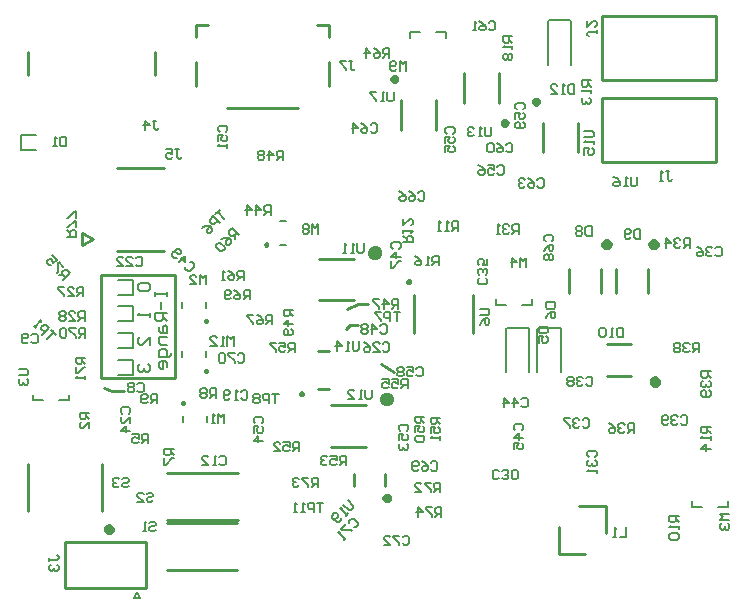
<source format=gbo>
%FSTAX24Y24*%
%MOIN*%
%SFA1B1*%

%IPPOS*%
%ADD52C,0.010000*%
%ADD61C,0.019700*%
%ADD92C,0.039400*%
%ADD93C,0.009800*%
%ADD94C,0.007900*%
%ADD95C,0.005000*%
%ADD96C,0.005900*%
%ADD173C,0.006000*%
%ADD174C,0.005900*%
%LNee4951_bpm_reva-1*%
%LPD*%
G54D52*
X020217Y012884D02*
D01*
X020216Y012887*
X020216Y01289*
X020215Y012894*
X020215Y012897*
X020214Y0129*
X020212Y012903*
X020211Y012907*
X020209Y012909*
X020207Y012912*
X020205Y012915*
X020203Y012918*
X0202Y01292*
X020198Y012922*
X020195Y012924*
X020192Y012926*
X020189Y012928*
X020186Y012929*
X020183Y01293*
X020179Y012931*
X020176Y012932*
X020173Y012932*
X020169Y012932*
X020166*
X020162Y012932*
X020159Y012932*
X020156Y012931*
X020152Y01293*
X020149Y012929*
X020146Y012928*
X020143Y012926*
X02014Y012924*
X020137Y012922*
X020135Y01292*
X020132Y012918*
X02013Y012915*
X020128Y012912*
X020126Y012909*
X020124Y012907*
X020123Y012903*
X020121Y0129*
X02012Y012897*
X02012Y012894*
X020119Y01289*
X020119Y012887*
X020119Y012884*
X020119Y01288*
X020119Y012877*
X02012Y012873*
X02012Y01287*
X020121Y012867*
X020123Y012864*
X020124Y01286*
X020126Y012858*
X020128Y012855*
X02013Y012852*
X020132Y012849*
X020135Y012847*
X020137Y012845*
X02014Y012843*
X020143Y012841*
X020146Y012839*
X020149Y012838*
X020152Y012837*
X020156Y012836*
X020159Y012835*
X020162Y012835*
X020166Y012835*
X020169*
X020173Y012835*
X020176Y012835*
X020179Y012836*
X020183Y012837*
X020186Y012838*
X020189Y012839*
X020192Y012841*
X020195Y012843*
X020198Y012845*
X0202Y012847*
X020203Y012849*
X020205Y012852*
X020207Y012855*
X020209Y012858*
X020211Y01286*
X020212Y012864*
X020214Y012867*
X020215Y01287*
X020215Y012873*
X020216Y012877*
X020216Y01288*
X020217Y012884*
X02379Y016624D02*
D01*
X023789Y016627*
X023789Y01663*
X023788Y016634*
X023788Y016637*
X023786Y016641*
X023785Y016644*
X023784Y016647*
X023782Y01665*
X02378Y016653*
X023778Y016656*
X023775Y016658*
X023773Y016661*
X02377Y016663*
X023767Y016665*
X023765Y016667*
X023761Y016668*
X023758Y01667*
X023755Y016671*
X023752Y016672*
X023748Y016673*
X023745Y016673*
X023741Y016673*
X023738*
X023734Y016673*
X023731Y016673*
X023727Y016672*
X023724Y016671*
X023721Y01667*
X023718Y016668*
X023715Y016667*
X023712Y016665*
X023709Y016663*
X023706Y016661*
X023704Y016658*
X023701Y016656*
X023699Y016653*
X023697Y01665*
X023695Y016647*
X023694Y016644*
X023693Y016641*
X023691Y016637*
X023691Y016634*
X02369Y01663*
X02369Y016627*
X02369Y016624*
X02369Y01662*
X02369Y016617*
X023691Y016613*
X023691Y01661*
X023693Y016606*
X023694Y016603*
X023695Y0166*
X023697Y016597*
X023699Y016594*
X023701Y016591*
X023704Y016589*
X023706Y016586*
X023709Y016584*
X023712Y016582*
X023715Y01658*
X023718Y016579*
X023721Y016577*
X023724Y016576*
X023727Y016575*
X023731Y016574*
X023734Y016574*
X023738Y016574*
X023741*
X023745Y016574*
X023748Y016574*
X023752Y016575*
X023755Y016576*
X023758Y016577*
X023761Y016579*
X023765Y01658*
X023767Y016582*
X02377Y016584*
X023773Y016586*
X023775Y016589*
X023778Y016591*
X02378Y016594*
X023782Y016597*
X023784Y0166*
X023785Y016603*
X023786Y016606*
X023788Y01661*
X023788Y016613*
X023789Y016617*
X023789Y01662*
X02379Y016624*
X015295Y023504D02*
Y024291D01*
X011043Y023504D02*
Y024291D01*
X022036Y015886D02*
X022392D01*
X021644Y015039D02*
X021781Y015167D01*
X022047*
X022825Y013888D02*
X023258Y013622D01*
X013494Y01685D02*
X015955D01*
Y013406D02*
Y01685D01*
X013494Y013406D02*
X015955D01*
X013494D02*
Y01685D01*
X021693Y015699D02*
X022036Y015886D01*
X022934Y009813D02*
Y010207D01*
X02193Y009813D02*
Y010207D01*
X013593Y013081D02*
X013858Y012992D01*
X014242*
X014016Y017657D02*
X015591D01*
X014016Y020413D02*
X015591D01*
X012835Y017854D02*
X013228Y018051D01*
X012835Y017854D02*
Y018248D01*
X013228Y018051*
X013524Y008986D02*
Y010561D01*
X011053Y008986D02*
Y010561D01*
X020699Y014301D02*
X021093D01*
X020699Y013032D02*
X021093D01*
X012293Y007963D02*
X01499D01*
X012293Y006407D02*
Y007963D01*
Y006407D02*
X01499D01*
Y007963*
X015669Y010236D02*
X018032D01*
X015669Y008671D02*
X018032D01*
X033976Y02063D02*
Y022756D01*
X030197D02*
X033976D01*
X030197Y02063D02*
Y022756D01*
Y02063D02*
X033976D01*
Y023346D02*
Y025472D01*
X030197D02*
X033976D01*
X030197Y023346D02*
Y025472D01*
Y023346D02*
X033976D01*
X015669Y008583D02*
X018031D01*
X015669Y007018D02*
X018031D01*
X030148Y01626D02*
Y017047D01*
X029075Y01626D02*
Y017047D01*
X031722Y01626D02*
Y017047D01*
X03065Y01626D02*
Y017047D01*
X030364Y013474D02*
X031152D01*
X030364Y014547D02*
X031152D01*
X030315Y008248D02*
Y009134D01*
X029429D02*
X030315D01*
X02874Y007559D02*
Y008445D01*
Y007559D02*
X029626D01*
X025866Y014921D02*
Y016181D01*
X023898Y014921D02*
Y016181D01*
X020748Y017382D02*
X021929D01*
X020748Y016004D02*
X021929D01*
X021142Y0125D02*
X022323D01*
X021142Y011122D02*
X022323D01*
X017677Y022431D02*
X020039D01*
X021073Y02315D02*
Y023937D01*
X016644Y02315D02*
Y023937D01*
Y025187D02*
X017037D01*
X016644Y024793D02*
Y025187D01*
X020679D02*
X021073D01*
Y024793D02*
Y025187D01*
X025571Y022598D02*
Y023583D01*
X026752Y022598D02*
Y023583D01*
X02938Y020935D02*
Y021919D01*
X028199Y020935D02*
Y021919D01*
X024656Y021683D02*
Y022667D01*
X023474Y021683D02*
Y022667D01*
G54D61*
X023081Y0094D02*
D01*
X02308Y009404*
X02308Y009408*
X023079Y009412*
X023078Y009416*
X023077Y00942*
X023075Y009423*
X023074Y009427*
X023072Y009431*
X023069Y009434*
X023067Y009437*
X023064Y00944*
X023061Y009443*
X023058Y009446*
X023054Y009448*
X023051Y009451*
X023047Y009453*
X023044Y009454*
X02304Y009456*
X023036Y009457*
X023032Y009458*
X023028Y009458*
X023024Y009458*
X023019*
X023015Y009458*
X023011Y009458*
X023007Y009457*
X023003Y009456*
X022999Y009454*
X022996Y009453*
X022992Y009451*
X022989Y009448*
X022985Y009446*
X022982Y009443*
X022979Y00944*
X022976Y009437*
X022974Y009434*
X022971Y009431*
X022969Y009427*
X022968Y009423*
X022966Y00942*
X022965Y009416*
X022964Y009412*
X022963Y009408*
X022963Y009404*
X022963Y0094*
X022963Y009395*
X022963Y009391*
X022964Y009387*
X022965Y009383*
X022966Y009379*
X022968Y009376*
X022969Y009372*
X022971Y009368*
X022974Y009365*
X022976Y009362*
X022979Y009359*
X022982Y009356*
X022985Y009353*
X022989Y009351*
X022992Y009348*
X022996Y009346*
X022999Y009345*
X023003Y009343*
X023007Y009342*
X023011Y009341*
X023015Y009341*
X023019Y009341*
X023024*
X023028Y009341*
X023032Y009341*
X023036Y009342*
X02304Y009343*
X023044Y009345*
X023047Y009346*
X023051Y009348*
X023054Y009351*
X023058Y009353*
X023061Y009356*
X023064Y009359*
X023067Y009362*
X023069Y009365*
X023072Y009368*
X023074Y009372*
X023075Y009376*
X023077Y009379*
X023078Y009383*
X023079Y009387*
X02308Y009391*
X02308Y009395*
X023081Y0094*
X013839Y008356D02*
D01*
X013838Y008361*
X013838Y008366*
X013837Y008372*
X013835Y008377*
X013834Y008383*
X013832Y008388*
X013829Y008393*
X013826Y008397*
X013823Y008402*
X01382Y008406*
X013816Y00841*
X013812Y008414*
X013808Y008418*
X013804Y008421*
X013799Y008424*
X013794Y008427*
X013789Y008429*
X013784Y008431*
X013779Y008432*
X013773Y008433*
X013768Y008434*
X013762Y008434*
X013757*
X013751Y008434*
X013746Y008433*
X01374Y008432*
X013735Y008431*
X01373Y008429*
X013725Y008427*
X01372Y008424*
X013715Y008421*
X013711Y008418*
X013707Y008414*
X013703Y00841*
X013699Y008406*
X013696Y008402*
X013693Y008397*
X01369Y008393*
X013687Y008388*
X013685Y008383*
X013684Y008377*
X013682Y008372*
X013681Y008366*
X013681Y008361*
X013681Y008356*
X013681Y00835*
X013681Y008345*
X013682Y008339*
X013684Y008334*
X013685Y008328*
X013687Y008323*
X01369Y008318*
X013693Y008314*
X013696Y008309*
X013699Y008305*
X013703Y008301*
X013707Y008297*
X013711Y008293*
X013715Y00829*
X01372Y008287*
X013725Y008284*
X01373Y008282*
X013735Y00828*
X01374Y008279*
X013746Y008278*
X013751Y008277*
X013757Y008277*
X013762*
X013768Y008277*
X013773Y008278*
X013779Y008279*
X013784Y00828*
X013789Y008282*
X013794Y008284*
X013799Y008287*
X013804Y00829*
X013808Y008293*
X013812Y008297*
X013816Y008301*
X01382Y008305*
X013823Y008309*
X013826Y008314*
X013829Y008318*
X013832Y008323*
X013834Y008328*
X013835Y008334*
X013837Y008339*
X013838Y008345*
X013838Y00835*
X013839Y008356*
X030434Y017854D02*
D01*
X030433Y01786*
X030433Y017866*
X030432Y017872*
X03043Y017878*
X030428Y017884*
X030426Y01789*
X030423Y017895*
X03042Y017901*
X030417Y017906*
X030413Y017911*
X030409Y017915*
X030404Y01792*
X030399Y017924*
X030394Y017927*
X030389Y017931*
X030384Y017933*
X030378Y017936*
X030372Y017938*
X030366Y01794*
X03036Y017941*
X030354Y017942*
X030348Y017942*
X030341*
X030335Y017942*
X030329Y017941*
X030323Y01794*
X030317Y017938*
X030311Y017936*
X030305Y017933*
X0303Y017931*
X030295Y017927*
X03029Y017924*
X030285Y01792*
X03028Y017915*
X030276Y017911*
X030272Y017906*
X030269Y017901*
X030266Y017895*
X030263Y01789*
X030261Y017884*
X030259Y017878*
X030257Y017872*
X030256Y017866*
X030256Y01786*
X030256Y017854*
X030256Y017847*
X030256Y017841*
X030257Y017835*
X030259Y017829*
X030261Y017823*
X030263Y017817*
X030266Y017812*
X030269Y017806*
X030272Y017801*
X030276Y017796*
X03028Y017792*
X030285Y017787*
X03029Y017783*
X030295Y01778*
X0303Y017776*
X030305Y017774*
X030311Y017771*
X030317Y017769*
X030323Y017767*
X030329Y017766*
X030335Y017765*
X030341Y017765*
X030348*
X030354Y017765*
X03036Y017766*
X030366Y017767*
X030372Y017769*
X030378Y017771*
X030384Y017774*
X030389Y017776*
X030394Y01778*
X030399Y017783*
X030404Y017787*
X030409Y017792*
X030413Y017796*
X030417Y017801*
X03042Y017806*
X030423Y017812*
X030426Y017817*
X030428Y017823*
X03043Y017829*
X030432Y017835*
X030433Y017841*
X030433Y017847*
X030434Y017854*
X032008D02*
D01*
X032007Y01786*
X032007Y017866*
X032006Y017872*
X032004Y017878*
X032002Y017884*
X032Y01789*
X031997Y017895*
X031994Y017901*
X031991Y017906*
X031987Y017911*
X031983Y017915*
X031978Y01792*
X031973Y017924*
X031968Y017927*
X031963Y017931*
X031958Y017933*
X031952Y017936*
X031946Y017938*
X03194Y01794*
X031934Y017941*
X031928Y017942*
X031922Y017942*
X031915*
X031909Y017942*
X031903Y017941*
X031897Y01794*
X031891Y017938*
X031885Y017936*
X031879Y017933*
X031874Y017931*
X031869Y017927*
X031864Y017924*
X031859Y01792*
X031854Y017915*
X03185Y017911*
X031846Y017906*
X031843Y017901*
X03184Y017895*
X031837Y01789*
X031835Y017884*
X031833Y017878*
X031831Y017872*
X03183Y017866*
X03183Y01786*
X03183Y017854*
X03183Y017847*
X03183Y017841*
X031831Y017835*
X031833Y017829*
X031835Y017823*
X031837Y017817*
X03184Y017812*
X031843Y017806*
X031846Y017801*
X03185Y017796*
X031854Y017792*
X031859Y017787*
X031864Y017783*
X031869Y01778*
X031874Y017776*
X031879Y017774*
X031885Y017771*
X031891Y017769*
X031897Y017767*
X031903Y017766*
X031909Y017765*
X031915Y017765*
X031922*
X031928Y017765*
X031934Y017766*
X03194Y017767*
X031946Y017769*
X031952Y017771*
X031958Y017774*
X031963Y017776*
X031968Y01778*
X031973Y017783*
X031978Y017787*
X031983Y017792*
X031987Y017796*
X031991Y017801*
X031994Y017806*
X031997Y017812*
X032Y017817*
X032002Y017823*
X032004Y017829*
X032006Y017835*
X032007Y017841*
X032007Y017847*
X032008Y017854*
X032048Y013278D02*
D01*
X032047Y013284*
X032047Y01329*
X032046Y013296*
X032044Y013302*
X032042Y013308*
X03204Y013314*
X032037Y013319*
X032034Y013325*
X032031Y01333*
X032027Y013335*
X032023Y013339*
X032018Y013344*
X032013Y013348*
X032008Y013351*
X032003Y013355*
X031998Y013357*
X031992Y01336*
X031986Y013362*
X03198Y013364*
X031974Y013365*
X031968Y013366*
X031962Y013366*
X031955*
X031949Y013366*
X031943Y013365*
X031937Y013364*
X031931Y013362*
X031925Y01336*
X031919Y013357*
X031914Y013355*
X031909Y013351*
X031904Y013348*
X031899Y013344*
X031894Y013339*
X03189Y013335*
X031886Y01333*
X031883Y013325*
X03188Y013319*
X031877Y013314*
X031875Y013308*
X031873Y013302*
X031871Y013296*
X03187Y01329*
X03187Y013284*
X03187Y013278*
X03187Y013271*
X03187Y013265*
X031871Y013259*
X031873Y013253*
X031875Y013247*
X031877Y013241*
X03188Y013236*
X031883Y01323*
X031886Y013225*
X03189Y01322*
X031894Y013216*
X031899Y013211*
X031904Y013207*
X031909Y013204*
X031914Y0132*
X031919Y013198*
X031925Y013195*
X031931Y013193*
X031937Y013191*
X031943Y01319*
X031949Y013189*
X031955Y013189*
X031962*
X031968Y013189*
X031974Y01319*
X03198Y013191*
X031986Y013193*
X031992Y013195*
X031998Y013198*
X032003Y0132*
X032008Y013204*
X032013Y013207*
X032018Y013211*
X032023Y013216*
X032027Y01322*
X032031Y013225*
X032034Y01323*
X032037Y013236*
X03204Y013241*
X032042Y013247*
X032044Y013253*
X032046Y013259*
X032047Y013265*
X032047Y013271*
X032048Y013278*
X026998Y021909D02*
D01*
X026997Y021912*
X026997Y021915*
X026996Y021919*
X026996Y021922*
X026995Y021925*
X026993Y021928*
X026992Y021932*
X02699Y021934*
X026988Y021937*
X026986Y02194*
X026984Y021943*
X026981Y021945*
X026979Y021947*
X026976Y021949*
X026973Y021951*
X02697Y021953*
X026967Y021954*
X026964Y021955*
X02696Y021956*
X026957Y021957*
X026954Y021957*
X02695Y021957*
X026947*
X026943Y021957*
X02694Y021957*
X026937Y021956*
X026933Y021955*
X02693Y021954*
X026927Y021953*
X026924Y021951*
X026921Y021949*
X026918Y021947*
X026916Y021945*
X026913Y021943*
X026911Y02194*
X026909Y021937*
X026907Y021934*
X026905Y021932*
X026904Y021928*
X026902Y021925*
X026901Y021922*
X026901Y021919*
X0269Y021915*
X0269Y021912*
X0269Y021909*
X0269Y021905*
X0269Y021902*
X026901Y021898*
X026901Y021895*
X026902Y021892*
X026904Y021889*
X026905Y021885*
X026907Y021883*
X026909Y02188*
X026911Y021877*
X026913Y021874*
X026916Y021872*
X026918Y02187*
X026921Y021868*
X026924Y021866*
X026927Y021864*
X02693Y021863*
X026933Y021862*
X026937Y021861*
X02694Y02186*
X026943Y02186*
X026947Y02186*
X02695*
X026954Y02186*
X026957Y02186*
X02696Y021861*
X026964Y021862*
X026967Y021863*
X02697Y021864*
X026973Y021866*
X026976Y021868*
X026979Y02187*
X026981Y021872*
X026984Y021874*
X026986Y021877*
X026988Y02188*
X02699Y021883*
X026992Y021885*
X026993Y021889*
X026995Y021892*
X026996Y021895*
X026996Y021898*
X026997Y021902*
X026997Y021905*
X026998Y021909*
X028051Y022608D02*
D01*
X02805Y022611*
X02805Y022614*
X028049Y022618*
X028049Y022621*
X028048Y022624*
X028046Y022627*
X028045Y022631*
X028043Y022633*
X028041Y022636*
X028039Y022639*
X028037Y022642*
X028034Y022644*
X028032Y022646*
X028029Y022648*
X028026Y02265*
X028023Y022652*
X02802Y022653*
X028017Y022654*
X028013Y022655*
X02801Y022656*
X028007Y022656*
X028003Y022656*
X028*
X027996Y022656*
X027993Y022656*
X02799Y022655*
X027986Y022654*
X027983Y022653*
X02798Y022652*
X027977Y02265*
X027974Y022648*
X027971Y022646*
X027969Y022644*
X027966Y022642*
X027964Y022639*
X027962Y022636*
X02796Y022633*
X027958Y022631*
X027957Y022627*
X027955Y022624*
X027954Y022621*
X027954Y022618*
X027953Y022614*
X027953Y022611*
X027953Y022608*
X027953Y022604*
X027953Y022601*
X027954Y022597*
X027954Y022594*
X027955Y022591*
X027957Y022588*
X027958Y022584*
X02796Y022582*
X027962Y022579*
X027964Y022576*
X027966Y022573*
X027969Y022571*
X027971Y022569*
X027974Y022567*
X027977Y022565*
X02798Y022563*
X027983Y022562*
X027986Y022561*
X02799Y02256*
X027993Y022559*
X027996Y022559*
X028Y022559*
X028003*
X028007Y022559*
X02801Y022559*
X028013Y02256*
X028017Y022561*
X02802Y022562*
X028023Y022563*
X028026Y022565*
X028029Y022567*
X028032Y022569*
X028034Y022571*
X028037Y022573*
X028039Y022576*
X028041Y022579*
X028043Y022582*
X028045Y022584*
X028046Y022588*
X028048Y022591*
X028049Y022594*
X028049Y022597*
X02805Y022601*
X02805Y022604*
X028051Y022608*
X023327Y023356D02*
D01*
X023326Y023359*
X023326Y023362*
X023325Y023366*
X023325Y023369*
X023324Y023372*
X023322Y023375*
X023321Y023379*
X023319Y023381*
X023317Y023384*
X023315Y023387*
X023313Y02339*
X02331Y023392*
X023308Y023394*
X023305Y023396*
X023302Y023398*
X023299Y0234*
X023296Y023401*
X023293Y023402*
X023289Y023403*
X023286Y023404*
X023283Y023404*
X023279Y023404*
X023276*
X023272Y023404*
X023269Y023404*
X023266Y023403*
X023262Y023402*
X023259Y023401*
X023256Y0234*
X023253Y023398*
X02325Y023396*
X023247Y023394*
X023245Y023392*
X023242Y02339*
X02324Y023387*
X023238Y023384*
X023236Y023381*
X023234Y023379*
X023233Y023375*
X023231Y023372*
X02323Y023369*
X02323Y023366*
X023229Y023362*
X023229Y023359*
X023229Y023356*
X023229Y023352*
X023229Y023349*
X02323Y023345*
X02323Y023342*
X023231Y023339*
X023233Y023336*
X023234Y023332*
X023236Y02333*
X023238Y023327*
X02324Y023324*
X023242Y023321*
X023245Y023319*
X023247Y023317*
X02325Y023315*
X023253Y023313*
X023256Y023311*
X023259Y02331*
X023262Y023309*
X023266Y023308*
X023269Y023307*
X023272Y023307*
X023276Y023307*
X023279*
X023283Y023307*
X023286Y023307*
X023289Y023308*
X023293Y023309*
X023296Y02331*
X023299Y023311*
X023302Y023313*
X023305Y023315*
X023308Y023317*
X02331Y023319*
X023313Y023321*
X023315Y023324*
X023317Y023327*
X023319Y02333*
X023321Y023332*
X023322Y023336*
X023324Y023339*
X023325Y023342*
X023325Y023345*
X023326Y023349*
X023326Y023352*
X023327Y023356*
G54D92*
X022646Y017579D02*
D01*
X022645Y01758*
X022645Y017582*
X022645Y017584*
X022644Y017586*
X022644Y017588*
X022643Y01759*
X022642Y017592*
X022641Y017593*
X02264Y017595*
X022639Y017596*
X022638Y017598*
X022636Y017599*
X022635Y017601*
X022633Y017602*
X022632Y017603*
X02263Y017604*
X022628Y017604*
X022626Y017605*
X022624Y017606*
X022622Y017606*
X02262Y017606*
X022618Y017606*
X022617*
X022615Y017606*
X022613Y017606*
X022611Y017606*
X022609Y017605*
X022607Y017604*
X022605Y017604*
X022604Y017603*
X022602Y017602*
X0226Y017601*
X022599Y017599*
X022597Y017598*
X022596Y017596*
X022595Y017595*
X022594Y017593*
X022593Y017592*
X022592Y01759*
X022591Y017588*
X022591Y017586*
X02259Y017584*
X02259Y017582*
X02259Y01758*
X02259Y017579*
X02259Y017577*
X02259Y017575*
X02259Y017573*
X022591Y017571*
X022591Y017569*
X022592Y017567*
X022593Y017565*
X022594Y017564*
X022595Y017562*
X022596Y017561*
X022597Y017559*
X022599Y017558*
X0226Y017556*
X022602Y017555*
X022604Y017554*
X022605Y017553*
X022607Y017553*
X022609Y017552*
X022611Y017551*
X022613Y017551*
X022615Y017551*
X022617Y017551*
X022618*
X02262Y017551*
X022622Y017551*
X022624Y017551*
X022626Y017552*
X022628Y017553*
X02263Y017553*
X022632Y017554*
X022633Y017555*
X022635Y017556*
X022636Y017558*
X022638Y017559*
X022639Y017561*
X02264Y017562*
X022641Y017564*
X022642Y017565*
X022643Y017567*
X022644Y017569*
X022644Y017571*
X022645Y017573*
X022645Y017575*
X022645Y017577*
X022646Y017579*
X02304Y012697D02*
D01*
X023039Y012698*
X023039Y0127*
X023039Y012702*
X023038Y012704*
X023038Y012706*
X023037Y012708*
X023036Y01271*
X023035Y012711*
X023034Y012713*
X023033Y012714*
X023032Y012716*
X02303Y012717*
X023029Y012719*
X023027Y01272*
X023026Y012721*
X023024Y012722*
X023022Y012722*
X02302Y012723*
X023018Y012724*
X023016Y012724*
X023014Y012724*
X023012Y012724*
X023011*
X023009Y012724*
X023007Y012724*
X023005Y012724*
X023003Y012723*
X023001Y012722*
X022999Y012722*
X022998Y012721*
X022996Y01272*
X022994Y012719*
X022993Y012717*
X022991Y012716*
X02299Y012714*
X022989Y012713*
X022988Y012711*
X022987Y01271*
X022986Y012708*
X022985Y012706*
X022985Y012704*
X022984Y012702*
X022984Y0127*
X022984Y012698*
X022984Y012697*
X022984Y012695*
X022984Y012693*
X022984Y012691*
X022985Y012689*
X022985Y012687*
X022986Y012685*
X022987Y012683*
X022988Y012682*
X022989Y01268*
X02299Y012679*
X022991Y012677*
X022993Y012676*
X022994Y012674*
X022996Y012673*
X022998Y012672*
X022999Y012671*
X023001Y012671*
X023003Y01267*
X023005Y012669*
X023007Y012669*
X023009Y012669*
X023011Y012669*
X023012*
X023014Y012669*
X023016Y012669*
X023018Y012669*
X02302Y01267*
X023022Y012671*
X023024Y012671*
X023026Y012672*
X023027Y012673*
X023029Y012674*
X02303Y012676*
X023032Y012677*
X023033Y012679*
X023034Y01268*
X023035Y012682*
X023036Y012683*
X023037Y012685*
X023038Y012687*
X023038Y012689*
X023039Y012691*
X023039Y012693*
X023039Y012695*
X02304Y012697*
G54D93*
X017018Y013652D02*
D01*
X017017Y013654*
X017017Y013657*
X017017Y01366*
X017016Y013662*
X017015Y013665*
X017014Y013667*
X017013Y01367*
X017012Y013672*
X01701Y013674*
X017008Y013677*
X017007Y013679*
X017005Y01368*
X017003Y013682*
X017Y013684*
X016998Y013685*
X016996Y013687*
X016993Y013688*
X016991Y013689*
X016988Y013689*
X016985Y01369*
X016983Y01369*
X01698Y01369*
X016977*
X016974Y01369*
X016972Y01369*
X016969Y013689*
X016966Y013689*
X016964Y013688*
X016961Y013687*
X016959Y013685*
X016957Y013684*
X016954Y013682*
X016952Y01368*
X01695Y013679*
X016949Y013677*
X016947Y013674*
X016945Y013672*
X016944Y01367*
X016943Y013667*
X016942Y013665*
X016941Y013662*
X01694Y01366*
X01694Y013657*
X01694Y013654*
X01694Y013652*
X01694Y013649*
X01694Y013646*
X01694Y013643*
X016941Y013641*
X016942Y013638*
X016943Y013636*
X016944Y013633*
X016945Y013631*
X016947Y013629*
X016949Y013626*
X01695Y013624*
X016952Y013623*
X016954Y013621*
X016957Y013619*
X016959Y013618*
X016961Y013616*
X016964Y013615*
X016966Y013614*
X016969Y013614*
X016972Y013613*
X016974Y013613*
X016977Y013613*
X01698*
X016983Y013613*
X016985Y013613*
X016988Y013614*
X016991Y013614*
X016993Y013615*
X016996Y013616*
X016998Y013618*
X017Y013619*
X017003Y013621*
X017005Y013623*
X017007Y013624*
X017008Y013626*
X01701Y013629*
X017012Y013631*
X017013Y013633*
X017014Y013636*
X017015Y013638*
X017016Y013641*
X017017Y013643*
X017017Y013646*
X017017Y013649*
X017018Y013652*
Y015305D02*
D01*
X017017Y015307*
X017017Y01531*
X017017Y015313*
X017016Y015315*
X017015Y015318*
X017014Y01532*
X017013Y015323*
X017012Y015325*
X01701Y015327*
X017008Y01533*
X017007Y015332*
X017005Y015333*
X017003Y015335*
X017Y015337*
X016998Y015338*
X016996Y01534*
X016993Y015341*
X016991Y015342*
X016988Y015342*
X016985Y015343*
X016983Y015343*
X01698Y015343*
X016977*
X016974Y015343*
X016972Y015343*
X016969Y015342*
X016966Y015342*
X016964Y015341*
X016961Y01534*
X016959Y015338*
X016957Y015337*
X016954Y015335*
X016952Y015333*
X01695Y015332*
X016949Y01533*
X016947Y015327*
X016945Y015325*
X016944Y015323*
X016943Y01532*
X016942Y015318*
X016941Y015315*
X01694Y015313*
X01694Y01531*
X01694Y015307*
X01694Y015305*
X01694Y015302*
X01694Y015299*
X01694Y015296*
X016941Y015294*
X016942Y015291*
X016943Y015289*
X016944Y015286*
X016945Y015284*
X016947Y015282*
X016949Y015279*
X01695Y015277*
X016952Y015276*
X016954Y015274*
X016957Y015272*
X016959Y015271*
X016961Y015269*
X016964Y015268*
X016966Y015267*
X016969Y015267*
X016972Y015266*
X016974Y015266*
X016977Y015266*
X01698*
X016983Y015266*
X016985Y015266*
X016988Y015267*
X016991Y015267*
X016993Y015268*
X016996Y015269*
X016998Y015271*
X017Y015272*
X017003Y015274*
X017005Y015276*
X017007Y015277*
X017008Y015279*
X01701Y015282*
X017012Y015284*
X017013Y015286*
X017014Y015289*
X017015Y015291*
X017016Y015294*
X017017Y015296*
X017017Y015299*
X017017Y015302*
X017018Y015305*
X01626Y012591D02*
D01*
X016259Y012593*
X016259Y012596*
X016259Y012599*
X016258Y012601*
X016257Y012604*
X016256Y012606*
X016255Y012609*
X016254Y012611*
X016252Y012613*
X01625Y012616*
X016249Y012618*
X016247Y012619*
X016245Y012621*
X016242Y012623*
X01624Y012624*
X016238Y012626*
X016235Y012627*
X016233Y012628*
X01623Y012628*
X016227Y012629*
X016225Y012629*
X016222Y012629*
X016219*
X016216Y012629*
X016214Y012629*
X016211Y012628*
X016208Y012628*
X016206Y012627*
X016203Y012626*
X016201Y012624*
X016199Y012623*
X016196Y012621*
X016194Y012619*
X016192Y012618*
X016191Y012616*
X016189Y012613*
X016187Y012611*
X016186Y012609*
X016185Y012606*
X016184Y012604*
X016183Y012601*
X016182Y012599*
X016182Y012596*
X016182Y012593*
X016182Y012591*
X016182Y012588*
X016182Y012585*
X016182Y012582*
X016183Y01258*
X016184Y012577*
X016185Y012575*
X016186Y012572*
X016187Y01257*
X016189Y012568*
X016191Y012565*
X016192Y012563*
X016194Y012562*
X016196Y01256*
X016199Y012558*
X016201Y012557*
X016203Y012555*
X016206Y012554*
X016208Y012553*
X016211Y012553*
X016214Y012552*
X016216Y012552*
X016219Y012552*
X016222*
X016225Y012552*
X016227Y012552*
X01623Y012553*
X016233Y012553*
X016235Y012554*
X016238Y012555*
X01624Y012557*
X016242Y012558*
X016245Y01256*
X016247Y012562*
X016249Y012563*
X01625Y012565*
X016252Y012568*
X016254Y01257*
X016255Y012572*
X016256Y012575*
X016257Y012577*
X016258Y01258*
X016259Y012582*
X016259Y012585*
X016259Y012588*
X01626Y012591*
X019026Y017864D02*
D01*
X019025Y017866*
X019025Y017869*
X019025Y017872*
X019024Y017874*
X019023Y017877*
X019022Y017879*
X019021Y017882*
X01902Y017884*
X019018Y017886*
X019016Y017889*
X019015Y017891*
X019013Y017892*
X019011Y017894*
X019008Y017896*
X019006Y017897*
X019004Y017899*
X019001Y0179*
X018999Y017901*
X018996Y017901*
X018993Y017902*
X018991Y017902*
X018988Y017902*
X018985*
X018982Y017902*
X01898Y017902*
X018977Y017901*
X018974Y017901*
X018972Y0179*
X018969Y017899*
X018967Y017897*
X018965Y017896*
X018962Y017894*
X01896Y017892*
X018958Y017891*
X018957Y017889*
X018955Y017886*
X018953Y017884*
X018952Y017882*
X018951Y017879*
X01895Y017877*
X018949Y017874*
X018948Y017872*
X018948Y017869*
X018948Y017866*
X018948Y017864*
X018948Y017861*
X018948Y017858*
X018948Y017855*
X018949Y017853*
X01895Y01785*
X018951Y017848*
X018952Y017845*
X018953Y017843*
X018955Y017841*
X018957Y017838*
X018958Y017836*
X01896Y017835*
X018962Y017833*
X018965Y017831*
X018967Y01783*
X018969Y017828*
X018972Y017827*
X018974Y017826*
X018977Y017826*
X01898Y017825*
X018982Y017825*
X018985Y017825*
X018988*
X018991Y017825*
X018993Y017825*
X018996Y017826*
X018999Y017826*
X019001Y017827*
X019004Y017828*
X019006Y01783*
X019008Y017831*
X019011Y017833*
X019013Y017835*
X019015Y017836*
X019016Y017838*
X019018Y017841*
X01902Y017843*
X019021Y017845*
X019022Y017848*
X019023Y01785*
X019024Y017853*
X019025Y017855*
X019025Y017858*
X019025Y017861*
X019026Y017864*
G54D94*
X016191Y014104D02*
Y014301D01*
X016978Y014104D02*
Y014301D01*
Y015758D02*
Y015955D01*
X016191Y015758D02*
Y015955D01*
X01622Y011941D02*
Y012138D01*
X017008Y011941D02*
Y012138D01*
X011222Y012846D02*
Y012667D01*
X011537*
X012088D02*
X012403D01*
Y012846*
X034372Y009131D02*
Y009311D01*
X034057Y009131D02*
X034372D01*
X03319D02*
X033505D01*
X03319D02*
Y009311D01*
X027836Y015864D02*
Y016043D01*
X027521Y015864D02*
X027836D01*
X026655D02*
X02697D01*
X026655Y016043D02*
Y015864D01*
X026969Y015059D02*
X027008Y015098D01*
X026969Y015059D02*
Y013602D01*
X027756D02*
Y015059D01*
X027008Y015098D02*
X027717D01*
X027756Y015059*
X028031D02*
X028071Y015098D01*
X028031Y015059D02*
Y013602D01*
X028819Y015059D02*
Y013602D01*
X028071Y015098D02*
X028779D01*
X028819Y015059*
X028376Y025295D02*
X028415Y025335D01*
X028376Y023839D02*
Y025295D01*
X029163Y023839D02*
Y025295D01*
X028415Y025335D02*
X029124D01*
X029163Y025295*
X023788Y024754D02*
Y024934D01*
X024103*
X024654D02*
X024969D01*
Y024754*
X019439Y018652D02*
X019636D01*
X019439Y017864D02*
X019636D01*
G54D95*
X014577Y006093D02*
X014675Y006289D01*
X014577Y006093D02*
X014774D01*
X014675Y006289D02*
X014774Y006093D01*
G54D96*
X015282Y016289D02*
Y016158D01*
Y016224*
X015676*
Y016289*
Y016158*
X015479Y015961D02*
Y015699D01*
X015676Y015568D02*
X015282D01*
Y015371*
X015348Y015305*
X015479*
X015545Y015371*
Y015568*
Y015437D02*
X015676Y015305D01*
X015414Y015109D02*
Y014977D01*
X015479Y014912*
X015676*
Y015109*
X01561Y015174*
X015545Y015109*
Y014912*
X015676Y014781D02*
X015414D01*
Y014584*
X015479Y014518*
X015676*
X015807Y014256D02*
Y01419D01*
X015741Y014125*
X015414*
Y014322*
X015479Y014387*
X01561*
X015676Y014322*
Y014125*
Y013797D02*
Y013928D01*
X01561Y013994*
X015479*
X015414Y013928*
Y013797*
X015479Y013731*
X015545*
Y013994*
X01479Y016565D02*
X014725Y016499D01*
Y016368*
X01479Y016303*
X015053*
X015118Y016368*
Y016499*
X015053Y016565*
X01479*
X015118Y015591D02*
Y015459D01*
Y015525*
X014725*
X01479Y015591*
X031348Y020118D02*
Y019856D01*
X031296Y019803*
X031191*
X031139Y019856*
Y020118*
X031034Y019803D02*
X030929D01*
X030981*
Y020118*
X031034Y020066*
X030561Y020118D02*
X030666Y020066D01*
X030771Y019961*
Y019856*
X030719Y019803*
X030614*
X030561Y019856*
Y019908*
X030614Y019961*
X030771*
X01479Y013878D02*
X014725Y013812D01*
Y013681*
X01479Y013616*
X014856*
X014921Y013681*
Y013747*
Y013681*
X014987Y013616*
X015053*
X015118Y013681*
Y013812*
X015053Y013878*
X015118Y014521D02*
Y014783D01*
X014856Y014521*
X01479*
X014725Y014587*
Y014718*
X01479Y014783*
X020709Y009783D02*
Y010098D01*
X020551*
X020499Y010046*
Y009941*
X020551Y009888*
X020709*
X020604D02*
X020499Y009783D01*
X020394Y010098D02*
X020184D01*
Y010046*
X020394Y009836*
Y009783*
X020079Y010046D02*
X020026Y010098D01*
X019922*
X019869Y010046*
Y009993*
X019922Y009941*
X019974*
X019922*
X019869Y009888*
Y009836*
X019922Y009783*
X020026*
X020079Y009836*
X021706Y009347D02*
X021892Y009161D01*
Y009087*
X021818Y009013*
X021744*
X021558Y009198*
X021706Y008901D02*
X021632Y008827D01*
X021669Y008864*
X021447Y009087*
X021521*
X021484Y008753D02*
Y008679D01*
X02141Y008605*
X021335*
X021187Y008753*
Y008827*
X021261Y008901*
X021335*
X021373Y008864*
Y00879*
X021261Y008679*
X012224Y016683D02*
X012447Y016906D01*
X012336Y017017*
X012262*
X012187Y016943*
Y016869*
X012299Y016757*
X012224Y016832D02*
X012076D01*
X012224Y017128D02*
X012076Y017277D01*
X012039Y01724*
Y016943*
X012002Y016906*
X011853Y017499D02*
X012002Y017351D01*
X01189Y01724*
X011853Y017351*
X011816Y017388*
X011742*
X011668Y017314*
Y01724*
X011742Y017165*
X011816*
X012343Y01813D02*
X012657D01*
Y018287*
X012605Y01834*
X0125*
X012447Y018287*
Y01813*
Y018235D02*
X012343Y01834D01*
X012657Y018445D02*
Y018655D01*
X012605*
X012395Y018445*
X012343*
X012657Y01876D02*
Y01897D01*
X012605*
X012395Y01876*
X012343*
X021753Y00858D02*
Y008655D01*
X021827Y008729*
X021901*
X02205Y00858*
Y008506*
X021975Y008432*
X021901*
X021641Y008543D02*
X021493Y008395D01*
X02153Y008358*
X021827*
X021864Y008321*
X021641Y008098D02*
X021567Y008024D01*
X021604Y008061*
X021382Y008284*
X021456*
X01596Y021035D02*
X016065D01*
X016013*
Y020772*
X016065Y02072*
X016118*
X01617Y020772*
X015645Y021035D02*
X015855D01*
Y020877*
X01575Y02093*
X015698*
X015645Y020877*
Y020772*
X015698Y02072*
X015803*
X015855Y020772*
X01419Y010036D02*
X014242Y010088D01*
X014347*
X0144Y010036*
Y009984*
X014347Y009931*
X014242*
X01419Y009879*
Y009826*
X014242Y009774*
X014347*
X0144Y009826*
X014085Y010036D02*
X014032Y010088D01*
X013927*
X013875Y010036*
Y009984*
X013927Y009931*
X01398*
X013927*
X013875Y009879*
Y009826*
X013927Y009774*
X014032*
X014085Y009826*
X025003Y021562D02*
X024951Y021614D01*
Y021719*
X025003Y021772*
X025213*
X025266Y021719*
Y021614*
X025213Y021562*
X024951Y021247D02*
Y021457D01*
X025108*
X025056Y021352*
Y021299*
X025108Y021247*
X025213*
X025266Y021299*
Y021404*
X025213Y021457*
X024951Y020932D02*
Y021142D01*
X025108*
X025056Y021037*
Y020984*
X025108Y020932*
X025213*
X025266Y020984*
Y021089*
X025213Y021142*
X02669Y020459D02*
X026742Y020512D01*
X026847*
X0269Y020459*
Y020249*
X026847Y020197*
X026742*
X02669Y020249*
X026375Y020512D02*
X026585D01*
Y020354*
X02648Y020407*
X026427*
X026375Y020354*
Y020249*
X026427Y020197*
X026532*
X026585Y020249*
X02606Y020512D02*
X026165Y020459D01*
X02627Y020354*
Y020249*
X026217Y020197*
X026112*
X02606Y020249*
Y020302*
X026112Y020354*
X02627*
X018038Y01418D02*
X018091Y014232D01*
X018196*
X018248Y01418*
Y01397*
X018196Y013917*
X018091*
X018038Y01397*
X017933Y014232D02*
X017723D01*
Y01418*
X017933Y01397*
Y013917*
X017618Y01418D02*
X017566Y014232D01*
X017461*
X017408Y01418*
Y01397*
X017461Y013917*
X017566*
X017618Y01397*
Y01418*
X014642Y017408D02*
X014695Y017461D01*
X0148*
X014852Y017408*
Y017198*
X0148Y017146*
X014695*
X014642Y017198*
X014328Y017146D02*
X014538D01*
X014328Y017356*
Y017408*
X01438Y017461*
X014485*
X014538Y017408*
X014013Y017146D02*
X014223D01*
X014013Y017356*
Y017408*
X014065Y017461*
X01417*
X014223Y017408*
X023701Y013071D02*
Y013386D01*
X023543*
X023491Y013333*
Y013228*
X023543Y013176*
X023701*
X023596D02*
X023491Y013071D01*
X023176Y013386D02*
X023386D01*
Y013228*
X023281Y013281*
X023228*
X023176Y013228*
Y013123*
X023228Y013071*
X023333*
X023386Y013123*
X022861Y013386D02*
X023071D01*
Y013228*
X022966Y013281*
X022914*
X022861Y013228*
Y013123*
X022914Y013071*
X023019*
X023071Y013123*
X023993Y013727D02*
X024045Y013779D01*
X02415*
X024203Y013727*
Y013517*
X02415Y013465*
X024045*
X023993Y013517*
X023678Y013779D02*
X023888D01*
Y013622*
X023783Y013674*
X02373*
X023678Y013622*
Y013517*
X02373Y013465*
X023835*
X023888Y013517*
X023573Y013727D02*
X023521Y013779D01*
X023416*
X023363Y013727*
Y013674*
X023416Y013622*
X023363Y01357*
Y013517*
X023416Y013465*
X023521*
X023573Y013517*
Y01357*
X023521Y013622*
X023573Y013674*
Y013727*
X023521Y013622D02*
X023416D01*
X019941Y014282D02*
Y014596D01*
X019784*
X019731Y014544*
Y014439*
X019784Y014386*
X019941*
X019836D02*
X019731Y014282D01*
X019416Y014596D02*
X019626D01*
Y014439*
X019521Y014491*
X019469*
X019416Y014439*
Y014334*
X019469Y014282*
X019574*
X019626Y014334*
X019311Y014596D02*
X019101D01*
Y014544*
X019311Y014334*
Y014282*
X022077Y014646D02*
Y014383D01*
X022024Y014331*
X021919*
X021867Y014383*
Y014646*
X021762Y014331D02*
X021657D01*
X021709*
Y014646*
X021762Y014593*
X021342Y014331D02*
Y014646D01*
X0215Y014488*
X02129*
X014196Y012231D02*
X014144Y012284D01*
Y012388*
X014196Y012441*
X014406*
X014459Y012388*
Y012284*
X014406Y012231*
X014459Y011916D02*
Y012126D01*
X014249Y011916*
X014196*
X014144Y011969*
Y012074*
X014196Y012126*
X014459Y011654D02*
X014144D01*
X014301Y011811*
Y011601*
X024262Y012126D02*
X023947D01*
Y011969*
X023999Y011916*
X024104*
X024157Y011969*
Y012126*
Y012021D02*
X024262Y011916D01*
X023947Y011601D02*
Y011811D01*
X024104*
X024052Y011706*
Y011654*
X024104Y011601*
X024209*
X024262Y011654*
Y011759*
X024209Y011811*
X023999Y011496D02*
X023947Y011444D01*
Y011339*
X023999Y011286*
X024209*
X024262Y011339*
Y011444*
X024209Y011496*
X023999*
X024783Y012096D02*
X024469D01*
Y011939*
X024521Y011887*
X024626*
X024679Y011939*
Y012096*
Y011991D02*
X024783Y011887D01*
X024469Y011572D02*
Y011782D01*
X024626*
X024574Y011677*
Y011624*
X024626Y011572*
X024731*
X024783Y011624*
Y011729*
X024731Y011782*
X024783Y011467D02*
Y011362D01*
Y011414*
X024469*
X024521Y011467*
X03125Y011585D02*
Y011899D01*
X031093*
X03104Y011847*
Y011742*
X031093Y01169*
X03125*
X031145D02*
X03104Y011585D01*
X030935Y011847D02*
X030883Y011899D01*
X030778*
X030725Y011847*
Y011795*
X030778Y011742*
X03083*
X030778*
X030725Y01169*
Y011637*
X030778Y011585*
X030883*
X030935Y011637*
X03041Y011899D02*
X030515Y011847D01*
X03062Y011742*
Y011637*
X030568Y011585*
X030463*
X03041Y011637*
Y01169*
X030463Y011742*
X03062*
X019134Y018858D02*
Y019173D01*
X018976*
X018924Y019121*
Y019016*
X018976Y018963*
X019134*
X019029D02*
X018924Y018858D01*
X018662D02*
Y019173D01*
X018819Y019016*
X018609*
X018347Y018858D02*
Y019173D01*
X018504Y019016*
X018294*
X015007Y009544D02*
X015059Y009596D01*
X015164*
X015217Y009544*
Y009491*
X015164Y009439*
X015059*
X015007Y009386*
Y009334*
X015059Y009281*
X015164*
X015217Y009334*
X014692Y009281D02*
X014902D01*
X014692Y009491*
Y009544*
X014744Y009596*
X014849*
X014902Y009544*
X029597Y021644D02*
X029859D01*
X029911Y021591*
Y021486*
X029859Y021434*
X029597*
X029911Y021329D02*
Y021224D01*
Y021276*
X029597*
X029649Y021329*
X029597Y020857D02*
Y021066D01*
X029754*
X029702Y020962*
Y020909*
X029754Y020857*
X029859*
X029911Y020909*
Y021014*
X029859Y021066*
X018445Y016033D02*
Y016348D01*
X018287*
X018235Y016296*
Y016191*
X018287Y016138*
X018445*
X01834D02*
X018235Y016033D01*
X01792Y016348D02*
X018025Y016296D01*
X01813Y016191*
Y016086*
X018078Y016033*
X017973*
X01792Y016086*
Y016138*
X017973Y016191*
X01813*
X017815Y016086D02*
X017763Y016033D01*
X017658*
X017605Y016086*
Y016296*
X017658Y016348*
X017763*
X017815Y016296*
Y016243*
X017763Y016191*
X017605*
X019193Y015207D02*
Y015522D01*
X019035*
X018983Y015469*
Y015364*
X019035Y015312*
X019193*
X019088D02*
X018983Y015207D01*
X018668Y015522D02*
X018773Y015469D01*
X018878Y015364*
Y015259*
X018826Y015207*
X018721*
X018668Y015259*
Y015312*
X018721Y015364*
X018878*
X018563Y015522D02*
X018353D01*
Y015469*
X018563Y015259*
Y015207*
X023091Y024094D02*
Y024409D01*
X022933*
X022881Y024357*
Y024252*
X022933Y024199*
X023091*
X022986D02*
X022881Y024094D01*
X022566Y024409D02*
X022671Y024357D01*
X022776Y024252*
Y024147*
X022723Y024094*
X022618*
X022566Y024147*
Y024199*
X022618Y024252*
X022776*
X022303Y024094D02*
Y024409D01*
X022461Y024252*
X022251*
X018238Y016683D02*
Y016998D01*
X018081*
X018028Y016945*
Y01684*
X018081Y016788*
X018238*
X018133D02*
X018028Y016683D01*
X017713Y016998D02*
X017818Y016945D01*
X017923Y01684*
Y016736*
X017871Y016683*
X017766*
X017713Y016736*
Y016788*
X017766Y01684*
X017923*
X017608Y016683D02*
X017504D01*
X017556*
Y016998*
X017608Y016945*
X018081Y018189D02*
X017858Y018412D01*
X017747Y0183*
Y018226*
X017821Y018152*
X017895*
X018007Y018263*
X017932Y018189D02*
Y018041D01*
X017487D02*
X017598Y018078D01*
X017747*
X017821Y018003*
Y017929*
X017747Y017855*
X017673*
X017635Y017892*
Y017966*
X017747Y018078*
X01745Y017929D02*
X017376D01*
X017301Y017855*
Y017781*
X01745Y017632*
X017524*
X017598Y017707*
Y017781*
X01745Y017929*
X029813Y023337D02*
X029498D01*
Y023179*
X029551Y023127*
X029656*
X029708Y023179*
Y023337*
Y023232D02*
X029813Y023127D01*
Y023022D02*
Y022917D01*
Y022969*
X029498*
X029551Y023022*
Y022759D02*
X029498Y022707D01*
Y022602*
X029551Y022549*
X029603*
X029656Y022602*
Y022654*
Y022602*
X029708Y022549*
X029761*
X029813Y022602*
Y022707*
X029761Y022759*
X023642Y023661D02*
Y023976D01*
X023537Y023871*
X023432Y023976*
Y023661*
X023327Y023714D02*
X023274Y023661D01*
X023169*
X023117Y023714*
Y023924*
X023169Y023976*
X023274*
X023327Y023924*
Y023871*
X023274Y023819*
X023117*
X020728Y018218D02*
Y018533D01*
X020623Y018428*
X020518Y018533*
Y018218*
X020413Y018481D02*
X020361Y018533D01*
X020256*
X020204Y018481*
Y018428*
X020256Y018376*
X020204Y018323*
Y018271*
X020256Y018218*
X020361*
X020413Y018271*
Y018323*
X020361Y018376*
X020413Y018428*
Y018481*
X020361Y018376D02*
X020256D01*
X026404Y025262D02*
X026457Y025315D01*
X026562*
X026614Y025262*
Y025052*
X026562Y025*
X026457*
X026404Y025052*
X026089Y025315D02*
X026194Y025262D01*
X026299Y025157*
Y025052*
X026247Y025*
X026142*
X026089Y025052*
Y025105*
X026142Y025157*
X026299*
X025984Y025D02*
X025879D01*
X025932*
Y025315*
X025984Y025262*
X026985Y021197D02*
X027037Y02125D01*
X027142*
X027195Y021197*
Y020988*
X027142Y020935*
X027037*
X026985Y020988*
X02667Y02125D02*
X026775Y021197D01*
X02688Y021092*
Y020988*
X026828Y020935*
X026723*
X02667Y020988*
Y02104*
X026723Y021092*
X02688*
X026565Y021197D02*
X026513Y02125D01*
X026408*
X026355Y021197*
Y020988*
X026408Y020935*
X026513*
X026565Y020988*
Y021197*
X027346Y022369D02*
X027293Y022421D01*
Y022526*
X027346Y022579*
X027556*
X027608Y022526*
Y022421*
X027556Y022369*
X027293Y022054D02*
Y022264D01*
X027451*
X027398Y022159*
Y022106*
X027451Y022054*
X027556*
X027608Y022106*
Y022211*
X027556Y022264*
Y021949D02*
X027608Y021897D01*
Y021792*
X027556Y021739*
X027346*
X027293Y021792*
Y021897*
X027346Y021949*
X027398*
X027451Y021897*
Y021739*
X012933Y015325D02*
Y01564D01*
X012776*
X012723Y015587*
Y015482*
X012776Y01543*
X012933*
X012828D02*
X012723Y015325D01*
X012408D02*
X012618D01*
X012408Y015535*
Y015587*
X012461Y01564*
X012566*
X012618Y015587*
X012303D02*
X012251Y01564D01*
X012146*
X012093Y015587*
Y015535*
X012146Y015482*
X012093Y01543*
Y015377*
X012146Y015325*
X012251*
X012303Y015377*
Y01543*
X012251Y015482*
X012303Y015535*
Y015587*
X012251Y015482D02*
X012146D01*
X012894Y016132D02*
Y016447D01*
X012736*
X012684Y016394*
Y016289*
X012736Y016237*
X012894*
X012789D02*
X012684Y016132D01*
X012369D02*
X012579D01*
X012369Y016342*
Y016394*
X012421Y016447*
X012526*
X012579Y016394*
X012264Y016447D02*
X012054D01*
Y016394*
X012264Y016184*
Y016132*
X016978Y016535D02*
Y01685D01*
X016873Y016745*
X016768Y01685*
Y016535*
X016454D02*
X016663D01*
X016454Y016745*
Y016798*
X016506Y01685*
X016611*
X016663Y016798*
X017428Y010774D02*
X01748Y010827D01*
X017585*
X017638Y010774*
Y010564*
X017585Y010512*
X01748*
X017428Y010564*
X017323Y010512D02*
X017218D01*
X01727*
Y010827*
X017323Y010774*
X016851Y010512D02*
X017061D01*
X016851Y010722*
Y010774*
X016903Y010827*
X017008*
X017061Y010774*
X017589Y0119D02*
Y012214D01*
X017484Y01211*
X017379Y012214*
Y0119*
X017274D02*
X017169D01*
X017221*
Y012214*
X017274Y012162*
X010738Y013711D02*
X011001D01*
X011053Y013658*
Y013553*
X011001Y013501*
X010738*
X010791Y013396D02*
X010738Y013343D01*
Y013238*
X010791Y013186*
X010843*
X010896Y013238*
Y013291*
Y013238*
X010948Y013186*
X011001*
X011053Y013238*
Y013343*
X011001Y013396*
X014692Y013205D02*
X014744Y013258D01*
X014849*
X014902Y013205*
Y012995*
X014849Y012943*
X014744*
X014692Y012995*
X014587Y013205D02*
X014534Y013258D01*
X014429*
X014377Y013205*
Y013153*
X014429Y0131*
X014377Y013048*
Y012995*
X014429Y012943*
X014534*
X014587Y012995*
Y013048*
X014534Y0131*
X014587Y013153*
Y013205*
X014534Y0131D02*
X014429D01*
X011158Y014839D02*
X011211Y014892D01*
X011316*
X011368Y014839*
Y014629*
X011316Y014577*
X011211*
X011158Y014629*
X011053D02*
X011001Y014577D01*
X010896*
X010843Y014629*
Y014839*
X010896Y014892*
X011001*
X011053Y014839*
Y014787*
X011001Y014734*
X010843*
X018146Y012959D02*
X018199Y013012D01*
X018304*
X018356Y012959*
Y012749*
X018304Y012697*
X018199*
X018146Y012749*
X018041Y012697D02*
X017936D01*
X017989*
Y013012*
X018041Y012959*
X017779Y012749D02*
X017727Y012697D01*
X017622*
X017569Y012749*
Y012959*
X017622Y013012*
X017727*
X017779Y012959*
Y012907*
X017727Y012854*
X017569*
X012313Y021457D02*
Y021142D01*
X012156*
X012103Y021194*
Y021404*
X012156Y021457*
X012313*
X011998Y021142D02*
X011893D01*
X011946*
Y021457*
X011998Y021404*
X03232Y020305D02*
X032425D01*
X032372*
Y020043*
X032425Y01999*
X032477*
X03253Y020043*
X032215Y01999D02*
X03211D01*
X032162*
Y020305*
X032215Y020253*
X03Y025013D02*
Y024908D01*
Y024961*
X029738*
X029685Y024908*
Y024856*
X029738Y024803*
X029685Y025328D02*
Y025118D01*
X029895Y025328*
X029947*
X03Y025275*
Y02517*
X029947Y025118*
X013091Y012264D02*
X012776D01*
Y012106*
X012828Y012054*
X012933*
X012986Y012106*
Y012264*
Y012159D02*
X013091Y012054D01*
Y011739D02*
Y011949D01*
X012881Y011739*
X012828*
X012776Y011791*
Y011896*
X012828Y011949*
X015049Y01124D02*
Y011555D01*
X014892*
X014839Y011503*
Y011398*
X014892Y011345*
X015049*
X014944D02*
X014839Y01124D01*
X014524Y011555D02*
X014734D01*
Y011398*
X014629Y01145*
X014577*
X014524Y011398*
Y011293*
X014577Y01124*
X014682*
X014734Y011293*
X015906Y011053D02*
X015591D01*
Y010896*
X015643Y010843*
X015748*
X015801Y010896*
Y011053*
Y010948D02*
X015906Y010843D01*
X015591Y010738D02*
Y010528D01*
X015643*
X015853Y010738*
X015906*
X017313Y012754D02*
Y013069D01*
X017156*
X017103Y013016*
Y012911*
X017156Y012859*
X017313*
X017208D02*
X017103Y012754D01*
X016998Y013016D02*
X016946Y013069D01*
X016841*
X016788Y013016*
Y012964*
X016841Y012911*
X016788Y012859*
Y012806*
X016841Y012754*
X016946*
X016998Y012806*
Y012859*
X016946Y012911*
X016998Y012964*
Y013016*
X016946Y012911D02*
X016841D01*
X015354Y012569D02*
Y012884D01*
X015197*
X015144Y012831*
Y012726*
X015197Y012674*
X015354*
X015249D02*
X015144Y012569D01*
X015039Y012621D02*
X014987Y012569D01*
X014882*
X01483Y012621*
Y012831*
X014882Y012884*
X014987*
X015039Y012831*
Y012779*
X014987Y012726*
X01483*
X015095Y008569D02*
X015148Y008622D01*
X015253*
X015305Y008569*
Y008517*
X015253Y008465*
X015148*
X015095Y008412*
Y00836*
X015148Y008307*
X015253*
X015305Y00836*
X01499Y008307D02*
X014885D01*
X014938*
Y008622*
X01499Y008569*
X022871Y014554D02*
X022923Y014606D01*
X023028*
X023081Y014554*
Y014344*
X023028Y014291*
X022923*
X022871Y014344*
X022556Y014291D02*
X022766D01*
X022556Y014501*
Y014554*
X022608Y014606*
X022713*
X022766Y014554*
X022241Y014606D02*
X022346Y014554D01*
X022451Y014449*
Y014344*
X022399Y014291*
X022294*
X022241Y014344*
Y014396*
X022294Y014449*
X022451*
X026745Y010092D02*
X026693Y010039D01*
X026588*
X026535Y010092*
Y010302*
X026588Y010354*
X026693*
X026745Y010302*
X02685Y010092D02*
X026903Y010039D01*
X027008*
X02706Y010092*
Y010144*
X027008Y010197*
X026955*
X027008*
X02706Y010249*
Y010302*
X027008Y010354*
X026903*
X02685Y010302*
X027165Y010092D02*
X027218Y010039D01*
X027323*
X027375Y010092*
Y010302*
X027323Y010354*
X027218*
X027165Y010302*
Y010092*
X029738Y010784D02*
X029685Y010837D01*
Y010942*
X029738Y010994*
X029948*
X03Y010942*
Y010837*
X029948Y010784*
X029738Y010679D02*
X029685Y010627D01*
Y010522*
X029738Y010469*
X02979*
X029843Y010522*
Y010574*
Y010522*
X029895Y010469*
X029948*
X03Y010522*
Y010627*
X029948Y010679*
X03Y010364D02*
Y010259D01*
Y010312*
X029685*
X029738Y010364*
X026306Y016745D02*
X026358Y016693D01*
Y016588*
X026306Y016535*
X026096*
X026043Y016588*
Y016693*
X026096Y016745*
X026306Y01685D02*
X026358Y016903D01*
Y017008*
X026306Y01706*
X026253*
X026201Y017008*
Y016955*
Y017008*
X026148Y01706*
X026096*
X026043Y017008*
Y016903*
X026096Y01685*
X026358Y017375D02*
Y017165D01*
X026201*
X026253Y01727*
Y017323*
X026201Y017375*
X026096*
X026043Y017323*
Y017218*
X026096Y017165*
X033963Y017733D02*
X034016Y017785D01*
X034121*
X034173Y017733*
Y017523*
X034121Y01747*
X034016*
X033963Y017523*
X033858Y017733D02*
X033806Y017785D01*
X033701*
X033648Y017733*
Y01768*
X033701Y017628*
X033753*
X033701*
X033648Y017575*
Y017523*
X033701Y01747*
X033806*
X033858Y017523*
X033334Y017785D02*
X033439Y017733D01*
X033544Y017628*
Y017523*
X033491Y01747*
X033386*
X033334Y017523*
Y017575*
X033386Y017628*
X033544*
X029534Y012014D02*
X029587Y012067D01*
X029692*
X029744Y012014*
Y011804*
X029692Y011752*
X029587*
X029534Y011804*
X029429Y012014D02*
X029377Y012067D01*
X029272*
X029219Y012014*
Y011962*
X029272Y011909*
X029324*
X029272*
X029219Y011857*
Y011804*
X029272Y011752*
X029377*
X029429Y011804*
X029114Y012067D02*
X028904D01*
Y012014*
X029114Y011804*
Y011752*
X029652Y013412D02*
X029705Y013464D01*
X02981*
X029862Y013412*
Y013202*
X02981Y01315*
X029705*
X029652Y013202*
X029547Y013412D02*
X029495Y013464D01*
X02939*
X029337Y013412*
Y01336*
X02939Y013307*
X029442*
X02939*
X029337Y013255*
Y013202*
X02939Y01315*
X029495*
X029547Y013202*
X029232Y013412D02*
X02918Y013464D01*
X029075*
X029023Y013412*
Y01336*
X029075Y013307*
X029023Y013255*
Y013202*
X029075Y01315*
X02918*
X029232Y013202*
Y013255*
X02918Y013307*
X029232Y01336*
Y013412*
X02918Y013307D02*
X029075D01*
X032812Y012113D02*
X032864Y012165D01*
X032969*
X033022Y012113*
Y011903*
X032969Y01185*
X032864*
X032812Y011903*
X032707Y012113D02*
X032654Y012165D01*
X032549*
X032497Y012113*
Y01206*
X032549Y012008*
X032602*
X032549*
X032497Y011955*
Y011903*
X032549Y01185*
X032654*
X032707Y011903*
X032392D02*
X032339Y01185D01*
X032235*
X032182Y011903*
Y012113*
X032235Y012165*
X032339*
X032392Y012113*
Y01206*
X032339Y012008*
X032182*
X027497Y012703D02*
X027549Y012756D01*
X027654*
X027707Y012703*
Y012493*
X027654Y012441*
X027549*
X027497Y012493*
X027234Y012441D02*
Y012756D01*
X027392Y012598*
X027182*
X02692Y012441D02*
Y012756D01*
X027077Y012598*
X026867*
X027297Y01167D02*
X027244Y011722D01*
Y011827*
X027297Y01188*
X027507*
X027559Y011827*
Y011722*
X027507Y01167*
X027559Y011408D02*
X027244D01*
X027402Y011565*
Y011355*
X027244Y01104D02*
Y01125D01*
X027402*
X027349Y011145*
Y011093*
X027402Y01104*
X027507*
X027559Y011093*
Y011198*
X027507Y01125*
X023212Y017723D02*
X02316Y017776D01*
Y017881*
X023212Y017933*
X023422*
X023474Y017881*
Y017776*
X023422Y017723*
X023474Y017461D02*
X02316D01*
X023317Y017618*
Y017408*
X02316Y017303D02*
Y017093D01*
X023212*
X023422Y017303*
X023474*
X022792Y015154D02*
X022845Y015207D01*
X022949*
X023002Y015154*
Y014944*
X022949Y014892*
X022845*
X022792Y014944*
X02253Y014892D02*
Y015207D01*
X022687Y015049*
X022477*
X022372Y015154D02*
X02232Y015207D01*
X022215*
X022162Y015154*
Y015102*
X022215Y015049*
X022162Y014997*
Y014944*
X022215Y014892*
X02232*
X022372Y014944*
Y014997*
X02232Y015049*
X022372Y015102*
Y015154*
X02232Y015049D02*
X022215D01*
X016445Y017273D02*
X016519D01*
X016593Y017199*
Y017125*
X016445Y016976*
X01637*
X016296Y01705*
Y017125*
X016074Y017273D02*
X016296Y017496D01*
Y017273*
X016148Y017421*
X015999D02*
X015925D01*
X015851Y017496*
Y01757*
X015999Y017718*
X016074*
X016148Y017644*
Y01757*
X016111Y017533*
X016036*
X015925Y017644*
X017434Y021621D02*
X017382Y021673D01*
Y021778*
X017434Y021831*
X017644*
X017697Y021778*
Y021673*
X017644Y021621*
X017382Y021306D02*
Y021516D01*
X017539*
X017487Y021411*
Y021358*
X017539Y021306*
X017644*
X017697Y021358*
Y021463*
X017644Y021516*
X017697Y021201D02*
Y021096D01*
Y021149*
X017382*
X017434Y021201*
X023458Y01165D02*
X023406Y011703D01*
Y011808*
X023458Y01186*
X023668*
X02372Y011808*
Y011703*
X023668Y01165*
X023406Y011335D02*
Y011545D01*
X023563*
X023511Y01144*
Y011388*
X023563Y011335*
X023668*
X02372Y011388*
Y011493*
X023668Y011545*
X023458Y011231D02*
X023406Y011178D01*
Y011073*
X023458Y011021*
X023511*
X023563Y011073*
Y011126*
Y011073*
X023616Y011021*
X023668*
X02372Y011073*
Y011178*
X023668Y011231*
X018625Y011906D02*
X018573Y011959D01*
Y012064*
X018625Y012116*
X018835*
X018888Y012064*
Y011959*
X018835Y011906*
X018573Y011591D02*
Y011801D01*
X01873*
X018678Y011696*
Y011644*
X01873Y011591*
X018835*
X018888Y011644*
Y011749*
X018835Y011801*
X018888Y011329D02*
X018573D01*
X01873Y011486*
Y011277*
X029833Y018474D02*
Y018159D01*
X029675*
X029623Y018212*
Y018422*
X029675Y018474*
X029833*
X029518Y018422D02*
X029465Y018474D01*
X02936*
X029308Y018422*
Y018369*
X02936Y018317*
X029308Y018264*
Y018212*
X02936Y018159*
X029465*
X029518Y018212*
Y018264*
X029465Y018317*
X029518Y018369*
Y018422*
X029465Y018317D02*
X02936D01*
X031457Y018376D02*
Y018061D01*
X031299*
X031247Y018113*
Y018323*
X031299Y018376*
X031457*
X031142Y018113D02*
X031089Y018061D01*
X030984*
X030932Y018113*
Y018323*
X030984Y018376*
X031089*
X031142Y018323*
Y018271*
X031089Y018218*
X030932*
X030876Y015098D02*
Y014783D01*
X030719*
X030666Y014836*
Y015046*
X030719Y015098*
X030876*
X030561Y014783D02*
X030456D01*
X030509*
Y015098*
X030561Y015046*
X030299D02*
X030246Y015098D01*
X030141*
X030089Y015046*
Y014836*
X030141Y014783*
X030246*
X030299Y014836*
Y015046*
X030974Y008445D02*
Y00813D01*
X030765*
X03066D02*
X030555D01*
X030607*
Y008445*
X03066Y008392*
X034429Y008888D02*
X034114D01*
X034219Y008783*
X034114Y008678*
X034429*
X034167Y008573D02*
X034114Y00852D01*
Y008416*
X034167Y008363*
X034219*
X034272Y008416*
Y008468*
Y008416*
X034324Y008363*
X034377*
X034429Y008416*
Y00852*
X034377Y008573*
X027657Y017116D02*
Y017431D01*
X027553Y017326*
X027448Y017431*
Y017116*
X027185D02*
Y017431D01*
X027343Y017274*
X027133*
X032746Y008809D02*
X032431D01*
Y008652*
X032484Y008599*
X032589*
X032641Y008652*
Y008809*
Y008704D02*
X032746Y008599D01*
Y008494D02*
Y008389D01*
Y008442*
X032431*
X032484Y008494*
Y008232D02*
X032431Y008179D01*
Y008074*
X032484Y008022*
X032694*
X032746Y008074*
Y008179*
X032694Y008232*
X032484*
X025384Y018317D02*
Y018632D01*
X025226*
X025174Y018579*
Y018474*
X025226Y018422*
X025384*
X025279D02*
X025174Y018317D01*
X025069D02*
X024964D01*
X025017*
Y018632*
X025069Y018579*
X024807Y018317D02*
X024702D01*
X024754*
Y018632*
X024807Y018579*
X023563Y017933D02*
X023878D01*
Y01809*
X023825Y018143*
X02372*
X023668Y01809*
Y017933*
Y018038D02*
X023563Y018143D01*
Y018248D02*
Y018353D01*
Y0183*
X023878*
X023825Y018248*
X023563Y01872D02*
Y01851D01*
X023773Y01872*
X023825*
X023878Y018668*
Y018563*
X023825Y01851*
X033799Y011782D02*
X033484D01*
Y011624*
X033537Y011572*
X033642*
X033694Y011624*
Y011782*
Y011677D02*
X033799Y011572D01*
Y011467D02*
Y011362D01*
Y011414*
X033484*
X033537Y011467*
X033799Y011047D02*
X033484D01*
X033642Y011204*
Y010994*
X024734Y017165D02*
Y01748D01*
X024577*
X024524Y017428*
Y017323*
X024577Y01727*
X024734*
X024629D02*
X024524Y017165D01*
X024419D02*
X024314D01*
X024367*
Y01748*
X024419Y017428*
X023947Y01748D02*
X024052Y017428D01*
X024157Y017323*
Y017218*
X024105Y017165*
X024*
X023947Y017218*
Y01727*
X024Y017323*
X024157*
X027402Y018218D02*
Y018533D01*
X027244*
X027192Y018481*
Y018376*
X027244Y018323*
X027402*
X027297D02*
X027192Y018218D01*
X027087Y018481D02*
X027034Y018533D01*
X026929*
X026877Y018481*
Y018428*
X026929Y018376*
X026982*
X026929*
X026877Y018323*
Y018271*
X026929Y018218*
X027034*
X027087Y018271*
X026772Y018218D02*
X026667D01*
X026719*
Y018533*
X026772Y018481*
X03311Y017756D02*
Y018071D01*
X032953*
X0329Y018018*
Y017913*
X032953Y017861*
X03311*
X033005D02*
X0329Y017756D01*
X032795Y018018D02*
X032743Y018071D01*
X032638*
X032585Y018018*
Y017966*
X032638Y017913*
X03269*
X032638*
X032585Y017861*
Y017808*
X032638Y017756*
X032743*
X032795Y017808*
X032323Y017756D02*
Y018071D01*
X032481Y017913*
X032271*
X033415Y014272D02*
Y014587D01*
X033258*
X033205Y014534*
Y014429*
X033258Y014377*
X033415*
X03331D02*
X033205Y014272D01*
X033101Y014534D02*
X033048Y014587D01*
X032943*
X032891Y014534*
Y014482*
X032943Y014429*
X032996*
X032943*
X032891Y014377*
Y014324*
X032943Y014272*
X033048*
X033101Y014324*
X032786Y014534D02*
X032733Y014587D01*
X032628*
X032576Y014534*
Y014482*
X032628Y014429*
X032576Y014377*
Y014324*
X032628Y014272*
X032733*
X032786Y014324*
Y014377*
X032733Y014429*
X032786Y014482*
Y014534*
X032733Y014429D02*
X032628D01*
X033809Y013632D02*
X033494D01*
Y013474*
X033547Y013422*
X033652*
X033704Y013474*
Y013632*
Y013527D02*
X033809Y013422D01*
X033547Y013317D02*
X033494Y013265D01*
Y01316*
X033547Y013107*
X033599*
X033652Y01316*
Y013212*
Y01316*
X033704Y013107*
X033757*
X033809Y01316*
Y013265*
X033757Y013317*
Y013002D02*
X033809Y01295D01*
Y012845*
X033757Y012792*
X033547*
X033494Y012845*
Y01295*
X033547Y013002*
X033599*
X033652Y01295*
Y012792*
X023386Y015728D02*
Y016043D01*
X023228*
X023176Y015991*
Y015886*
X023228Y015833*
X023386*
X023281D02*
X023176Y015728D01*
X022914D02*
Y016043D01*
X023071Y015886*
X022861*
X022756Y016043D02*
X022546D01*
Y015991*
X022756Y015781*
Y015728*
X019547Y020679D02*
Y020994D01*
X01939*
X019337Y020942*
Y020837*
X01939Y020784*
X019547*
X019442D02*
X019337Y020679D01*
X019075D02*
Y020994D01*
X019232Y020837*
X019022*
X018918Y020942D02*
X018865Y020994D01*
X01876*
X018708Y020942*
Y020889*
X01876Y020837*
X018708Y020784*
Y020732*
X01876Y020679*
X018865*
X018918Y020732*
Y020784*
X018865Y020837*
X018918Y020889*
Y020942*
X018865Y020837D02*
X01876D01*
X019882Y015679D02*
X019567D01*
Y015522*
X01962Y015469*
X019724*
X019777Y015522*
Y015679*
Y015574D02*
X019882Y015469D01*
Y015207D02*
X019567D01*
X019724Y015364*
Y015154*
X019829Y015049D02*
X019882Y014997D01*
Y014892*
X019829Y01484*
X01962*
X019567Y014892*
Y014997*
X01962Y015049*
X019672*
X019724Y014997*
Y01484*
X020089Y010965D02*
Y011279D01*
X019931*
X019879Y011227*
Y011122*
X019931Y01107*
X020089*
X019984D02*
X019879Y010965D01*
X019564Y011279D02*
X019774D01*
Y011122*
X019669Y011174*
X019616*
X019564Y011122*
Y011017*
X019616Y010965*
X019721*
X019774Y011017*
X019249Y010965D02*
X019459D01*
X019249Y011174*
Y011227*
X019301Y011279*
X019406*
X019459Y011227*
X021654Y010512D02*
Y010827D01*
X021496*
X021444Y010774*
Y010669*
X021496Y010617*
X021654*
X021549D02*
X021444Y010512D01*
X021129Y010827D02*
X021339D01*
Y010669*
X021234Y010722*
X021181*
X021129Y010669*
Y010564*
X021181Y010512*
X021286*
X021339Y010564*
X021024Y010774D02*
X020971Y010827D01*
X020866*
X020814Y010774*
Y010722*
X020866Y010669*
X020919*
X020866*
X020814Y010617*
Y010564*
X020866Y010512*
X020971*
X021024Y010564*
X026112Y015718D02*
X026375D01*
X026427Y015666*
Y015561*
X026375Y015509*
X026112*
Y015194D02*
X026165Y015299D01*
X02627Y015404*
X026375*
X026427Y015351*
Y015246*
X026375Y015194*
X026322*
X02627Y015246*
Y015404*
X022234Y017913D02*
Y017651D01*
X022182Y017598*
X022077*
X022024Y017651*
Y017913*
X021919Y017598D02*
X021814D01*
X021867*
Y017913*
X021919Y017861*
X021657Y017598D02*
X021552D01*
X021605*
Y017913*
X021657Y017861*
X0225Y013031D02*
Y012769D01*
X022448Y012717*
X022343*
X02229Y012769*
Y013031*
X022185Y012717D02*
X02208D01*
X022133*
Y013031*
X022185Y012979*
X021713Y012717D02*
X021923D01*
X021713Y012926*
Y012979*
X021765Y013031*
X02187*
X021923Y012979*
X026486Y021781D02*
Y021519D01*
X026434Y021467*
X026329*
X026276Y021519*
Y021781*
X026171Y021467D02*
X026066D01*
X026119*
Y021781*
X026171Y021729*
X025909D02*
X025856Y021781D01*
X025752*
X025699Y021729*
Y021676*
X025752Y021624*
X025804*
X025752*
X025699Y021571*
Y021519*
X025752Y021467*
X025856*
X025909Y021519*
X017445Y019022D02*
X017296Y018873D01*
X01737Y018948*
X017593Y018725*
X017445Y018577D02*
X017222Y018799D01*
X017111Y018688*
Y018614*
X017185Y018539*
X017259*
X01737Y018651*
X016851Y018428D02*
X016962Y018465D01*
X017111*
X017185Y018391*
Y018317*
X017111Y018243*
X017037*
X016999Y01828*
Y018354*
X017111Y018465*
X023445Y01562D02*
X023235D01*
X02334*
Y015305*
X02313D02*
Y01562D01*
X022973*
X02292Y015568*
Y015463*
X022973Y01541*
X02313*
X022815Y01562D02*
X022605D01*
Y015568*
X022815Y015358*
Y015305*
X0194Y012894D02*
X01919D01*
X019295*
Y012579*
X019085D02*
Y012894D01*
X018927*
X018875Y012841*
Y012736*
X018927Y012684*
X019085*
X01877Y012841D02*
X018717Y012894D01*
X018612*
X01856Y012841*
Y012789*
X018612Y012736*
X01856Y012684*
Y012631*
X018612Y012579*
X018717*
X01877Y012631*
Y012684*
X018717Y012736*
X01877Y012789*
Y012841*
X018717Y012736D02*
X018612D01*
X011975Y014858D02*
X011826Y015007D01*
X0119Y014933*
X011678Y01471*
X011529Y014858D02*
X011752Y015081D01*
X011641Y015192*
X011566*
X011492Y015118*
Y015044*
X011604Y014933*
X011307Y015081D02*
X011232Y015155D01*
X01127Y015118*
X011492Y015341*
Y015267*
X028065Y01512D02*
X02838D01*
Y014963*
X028328Y01491*
X028118*
X028065Y014963*
Y01512*
Y014595D02*
Y014805D01*
X028223*
X02817Y0147*
Y014648*
X028223Y014595*
X028328*
X02838Y014648*
Y014753*
X028328Y014805*
X028307Y015935D02*
X028622D01*
Y015778*
X02857Y015725*
X02836*
X028307Y015778*
Y015935*
Y01541D02*
X02836Y015515D01*
X028465Y01562*
X02857*
X028622Y015568*
Y015463*
X02857Y01541*
X028517*
X028465Y015463*
Y01562*
X011752Y0073D02*
Y007405D01*
Y007352*
X012014*
X012067Y007405*
Y007457*
X012014Y00751*
X011805Y007195D02*
X011752Y007143D01*
Y007038*
X011805Y006985*
X011857*
X01191Y007038*
Y00709*
Y007038*
X011962Y006985*
X012014*
X012067Y007038*
Y007143*
X012014Y007195*
X021749Y023986D02*
X021854D01*
X021801*
Y023724*
X021854Y023671*
X021906*
X021959Y023724*
X021644Y023986D02*
X021434D01*
Y023934*
X021644Y023724*
Y023671*
X028028Y020026D02*
X028081Y020079D01*
X028186*
X028238Y020026*
Y019816*
X028186Y019764*
X028081*
X028028Y019816*
X027713Y020079D02*
X027818Y020026D01*
X027923Y019921*
Y019816*
X027871Y019764*
X027766*
X027713Y019816*
Y019869*
X027766Y019921*
X027923*
X027608Y020026D02*
X027556Y020079D01*
X027451*
X027399Y020026*
Y019974*
X027451Y019921*
X027504*
X027451*
X027399Y019869*
Y019816*
X027451Y019764*
X027556*
X027608Y019816*
X022467Y021847D02*
X02252Y021899D01*
X022625*
X022677Y021847*
Y021637*
X022625Y021585*
X02252*
X022467Y021637*
X022152Y021899D02*
X022257Y021847D01*
X022362Y021742*
Y021637*
X02231Y021585*
X022205*
X022152Y021637*
Y02169*
X022205Y021742*
X022362*
X02189Y021585D02*
Y021899D01*
X022047Y021742*
X021838*
X024052Y019583D02*
X024104Y019636D01*
X024209*
X024262Y019583*
Y019373*
X024209Y019321*
X024104*
X024052Y019373*
X023737Y019636D02*
X023842Y019583D01*
X023947Y019478*
Y019373*
X023894Y019321*
X02379*
X023737Y019373*
Y019426*
X02379Y019478*
X023947*
X023422Y019636D02*
X023527Y019583D01*
X023632Y019478*
Y019373*
X02358Y019321*
X023475*
X023422Y019373*
Y019426*
X023475Y019478*
X023632*
X028301Y017969D02*
X028248Y018022D01*
Y018127*
X028301Y018179*
X028511*
X028563Y018127*
Y018022*
X028511Y017969*
X028248Y017654D02*
X028301Y017759D01*
X028406Y017864*
X028511*
X028563Y017812*
Y017707*
X028511Y017654*
X028458*
X028406Y017707*
Y017864*
X028301Y017549D02*
X028248Y017497D01*
Y017392*
X028301Y01734*
X028353*
X028406Y017392*
X028458Y01734*
X028511*
X028563Y017392*
Y017497*
X028511Y017549*
X028458*
X028406Y017497*
X028353Y017549*
X028301*
X028406Y017497D02*
Y017392D01*
X029262Y023199D02*
Y022884D01*
X029104*
X029052Y022936*
Y023146*
X029104Y023199*
X029262*
X028947Y022884D02*
X028842D01*
X028894*
Y023199*
X028947Y023146*
X028475Y022884D02*
X028685D01*
X028475Y023094*
Y023146*
X028527Y023199*
X028632*
X028685Y023146*
X027195Y024803D02*
X02688D01*
Y024646*
X026932Y024593*
X027037*
X02709Y024646*
Y024803*
Y024698D02*
X027195Y024593D01*
Y024488D02*
Y024383D01*
Y024436*
X02688*
X026932Y024488*
Y024226D02*
X02688Y024173D01*
Y024068*
X026932Y024016*
X026985*
X027037Y024068*
X02709Y024016*
X027142*
X027195Y024068*
Y024173*
X027142Y024226*
X02709*
X027037Y024173*
X026985Y024226*
X026932*
X027037Y024173D02*
Y024068D01*
X023238Y022953D02*
Y02269D01*
X023186Y022638*
X023081*
X023028Y02269*
Y022953*
X022923Y022638D02*
X022818D01*
X022871*
Y022953*
X022923Y0229*
X022661Y022953D02*
X022451D01*
Y0229*
X022661Y02269*
Y022638*
G54D173*
X014045Y0144D02*
X014537D01*
Y014911D02*
Y0144D01*
X014045Y014911D02*
X014537D01*
X014045Y013514D02*
X014537D01*
Y014026*
X014045D02*
X014537D01*
X014045Y015817D02*
X014537D01*
Y015305*
X014045D02*
X014537D01*
X014045Y016683D02*
X014537D01*
Y016171D02*
Y016683D01*
X014045Y016171D02*
X014537D01*
X010817Y021526D02*
X011309D01*
X010817Y021014D02*
Y021526D01*
Y021014D02*
X011309D01*
G54D174*
X015207Y021993D02*
X01531D01*
X015258*
Y021735*
X01531Y021683*
X015362*
X015413Y021735*
X014949Y021683D02*
Y021993D01*
X015103Y021838*
X014897*
X020886Y009257D02*
X020679D01*
X020783*
Y008947*
X020576D02*
Y009257D01*
X020421*
X020369Y009205*
Y009102*
X020421Y00905*
X020576*
X020266Y008947D02*
X020163D01*
X020214*
Y009257*
X020266Y009205*
X020008Y008947D02*
X019904D01*
X019956*
Y009257*
X020008Y009205*
X024478Y010583D02*
X02453Y010635D01*
X024633*
X024685Y010583*
Y010376*
X024633Y010325*
X02453*
X024478Y010376*
X024169Y010635D02*
X024272Y010583D01*
X024375Y01048*
Y010376*
X024323Y010325*
X02422*
X024169Y010376*
Y010428*
X02422Y01048*
X024375*
X024065Y010376D02*
X024014Y010325D01*
X02391*
X023859Y010376*
Y010583*
X02391Y010635*
X024014*
X024065Y010583*
Y010531*
X024014Y01048*
X023859*
X023534Y008113D02*
X023585Y008164D01*
X023689*
X02374Y008113*
Y007906*
X023689Y007854*
X023585*
X023534Y007906*
X02343Y008164D02*
X023224D01*
Y008113*
X02343Y007906*
Y007854*
X022914D02*
X02312D01*
X022914Y008061*
Y008113*
X022965Y008164*
X023069*
X02312Y008113*
X024823Y008789D02*
Y009099D01*
X024668*
X024616Y009048*
Y008944*
X024668Y008893*
X024823*
X02472D02*
X024616Y008789D01*
X024513Y009099D02*
X024306D01*
Y009048*
X024513Y008841*
Y008789*
X024048D02*
Y009099D01*
X024203Y008944*
X023996*
X024783Y009616D02*
Y009926D01*
X024629*
X024577Y009874*
Y009771*
X024629Y009719*
X024783*
X02468D02*
X024577Y009616D01*
X024474Y009926D02*
X024267D01*
Y009874*
X024474Y009668*
Y009616*
X023957D02*
X024164D01*
X023957Y009823*
Y009874*
X024009Y009926*
X024112*
X024164Y009874*
X017904Y014498D02*
Y014808D01*
X0178Y014705*
X017697Y014808*
Y014498*
X017594D02*
X01749D01*
X017542*
Y014808*
X017594Y014756*
X017129Y014498D02*
X017335D01*
X017129Y014705*
Y014756*
X01718Y014808*
X017284*
X017335Y014756*
X012943Y014764D02*
Y015074D01*
X012788*
X012736Y015022*
Y014919*
X012788Y014867*
X012943*
X01284D02*
X012736Y014764D01*
X012633Y015074D02*
X012426D01*
Y015022*
X012633Y014815*
Y014764*
X012323Y015022D02*
X012271Y015074D01*
X012168*
X012117Y015022*
Y014815*
X012168Y014764*
X012271*
X012323Y014815*
Y015022*
X012963Y014094D02*
X012653D01*
Y01394*
X012704Y013888*
X012808*
X012859Y01394*
Y014094*
Y013991D02*
X012963Y013888D01*
X012653Y013785D02*
Y013578D01*
X012704*
X012911Y013785*
X012963*
Y013475D02*
Y013371D01*
Y013423*
X012653*
X012704Y013475*
M02*
</source>
